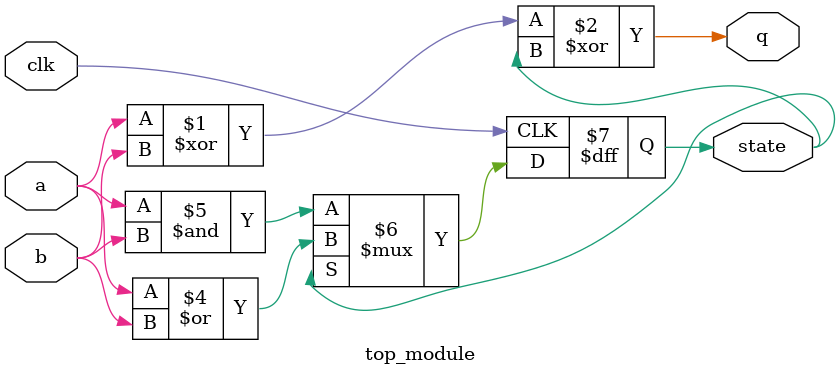
<source format=sv>
module top_module(
    input logic clk,
    input logic a,
    input logic b,
    output logic q,
    output logic state
);

    assign q = a ^ b ^ state;

    always_ff @(posedge clk)
        state <= state ? (a | b) : (a & b);

endmodule
</source>
